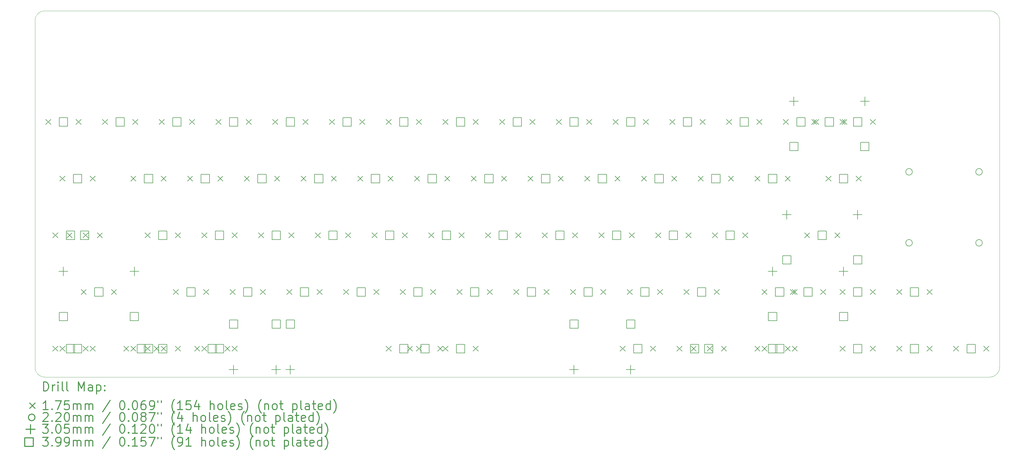
<source format=gbr>
%FSLAX45Y45*%
G04 Gerber Fmt 4.5, Leading zero omitted, Abs format (unit mm)*
G04 Created by KiCad (PCBNEW (5.1.6)-1) date 2022-07-12 00:57:49*
%MOMM*%
%LPD*%
G01*
G04 APERTURE LIST*
%TA.AperFunction,Profile*%
%ADD10C,0.050000*%
%TD*%
%ADD11C,0.200000*%
%ADD12C,0.300000*%
G04 APERTURE END LIST*
D10*
X3810000Y-24685625D02*
G75*
G02*
X3492500Y-24368125I0J317500D01*
G01*
X3492500Y-12700000D02*
G75*
G02*
X3810000Y-12382500I317500J0D01*
G01*
X35560000Y-12382500D02*
G75*
G02*
X35877500Y-12700000I0J-317500D01*
G01*
X35560000Y-12382500D02*
X3810000Y-12382500D01*
X35877500Y-24368125D02*
X35877500Y-12700000D01*
X35877500Y-24368125D02*
G75*
G02*
X35560000Y-24685625I-317500J0D01*
G01*
X3810000Y-24685625D02*
X35560000Y-24685625D01*
X3492500Y-24368125D02*
X3492500Y-12700000D01*
D11*
X24328250Y-19835625D02*
X24503250Y-20010625D01*
X24503250Y-19835625D02*
X24328250Y-20010625D01*
X25344250Y-19835625D02*
X25519250Y-20010625D01*
X25519250Y-19835625D02*
X25344250Y-20010625D01*
X30519500Y-23645625D02*
X30694500Y-23820625D01*
X30694500Y-23645625D02*
X30519500Y-23820625D01*
X31535500Y-23645625D02*
X31710500Y-23820625D01*
X31710500Y-23645625D02*
X31535500Y-23820625D01*
X27662000Y-17930625D02*
X27837000Y-18105625D01*
X27837000Y-17930625D02*
X27662000Y-18105625D01*
X28678000Y-17930625D02*
X28853000Y-18105625D01*
X28853000Y-17930625D02*
X28678000Y-18105625D01*
X12422000Y-17930625D02*
X12597000Y-18105625D01*
X12597000Y-17930625D02*
X12422000Y-18105625D01*
X13438000Y-17930625D02*
X13613000Y-18105625D01*
X13613000Y-17930625D02*
X13438000Y-18105625D01*
X14803250Y-19835625D02*
X14978250Y-20010625D01*
X14978250Y-19835625D02*
X14803250Y-20010625D01*
X15819250Y-19835625D02*
X15994250Y-20010625D01*
X15994250Y-19835625D02*
X15819250Y-20010625D01*
X13374500Y-16025625D02*
X13549500Y-16200625D01*
X13549500Y-16025625D02*
X13374500Y-16200625D01*
X14390500Y-16025625D02*
X14565500Y-16200625D01*
X14565500Y-16025625D02*
X14390500Y-16200625D01*
X32424500Y-23645625D02*
X32599500Y-23820625D01*
X32599500Y-23645625D02*
X32424500Y-23820625D01*
X33440500Y-23645625D02*
X33615500Y-23820625D01*
X33615500Y-23645625D02*
X33440500Y-23820625D01*
X3849500Y-16025625D02*
X4024500Y-16200625D01*
X4024500Y-16025625D02*
X3849500Y-16200625D01*
X4865500Y-16025625D02*
X5040500Y-16200625D01*
X5040500Y-16025625D02*
X4865500Y-16200625D01*
X17184500Y-23645625D02*
X17359500Y-23820625D01*
X17359500Y-23645625D02*
X17184500Y-23820625D01*
X18200500Y-23645625D02*
X18375500Y-23820625D01*
X18375500Y-23645625D02*
X18200500Y-23820625D01*
X8135750Y-21740625D02*
X8310750Y-21915625D01*
X8310750Y-21740625D02*
X8135750Y-21915625D01*
X9151750Y-21740625D02*
X9326750Y-21915625D01*
X9326750Y-21740625D02*
X9151750Y-21915625D01*
X26233250Y-19835625D02*
X26408250Y-20010625D01*
X26408250Y-19835625D02*
X26233250Y-20010625D01*
X27249250Y-19835625D02*
X27424250Y-20010625D01*
X27424250Y-19835625D02*
X27249250Y-20010625D01*
X5040125Y-21740625D02*
X5215125Y-21915625D01*
X5215125Y-21740625D02*
X5040125Y-21915625D01*
X6056125Y-21740625D02*
X6231125Y-21915625D01*
X6231125Y-21740625D02*
X6056125Y-21915625D01*
X15755750Y-21740625D02*
X15930750Y-21915625D01*
X15930750Y-21740625D02*
X15755750Y-21915625D01*
X16771750Y-21740625D02*
X16946750Y-21915625D01*
X16946750Y-21740625D02*
X16771750Y-21915625D01*
X10040750Y-21740625D02*
X10215750Y-21915625D01*
X10215750Y-21740625D02*
X10040750Y-21915625D01*
X11056750Y-21740625D02*
X11231750Y-21915625D01*
X11231750Y-21740625D02*
X11056750Y-21915625D01*
X5754500Y-16025625D02*
X5929500Y-16200625D01*
X5929500Y-16025625D02*
X5754500Y-16200625D01*
X6770500Y-16025625D02*
X6945500Y-16200625D01*
X6945500Y-16025625D02*
X6770500Y-16200625D01*
X15279500Y-23645625D02*
X15454500Y-23820625D01*
X15454500Y-23645625D02*
X15279500Y-23820625D01*
X16295500Y-23645625D02*
X16470500Y-23820625D01*
X16470500Y-23645625D02*
X16295500Y-23820625D01*
X7183250Y-23645625D02*
X7358250Y-23820625D01*
X7358250Y-23645625D02*
X7183250Y-23820625D01*
X8199250Y-23645625D02*
X8374250Y-23820625D01*
X8374250Y-23645625D02*
X8199250Y-23820625D01*
X26709500Y-16025625D02*
X26884500Y-16200625D01*
X26884500Y-16025625D02*
X26709500Y-16200625D01*
X27725500Y-16025625D02*
X27900500Y-16200625D01*
X27900500Y-16025625D02*
X27725500Y-16200625D01*
X27662000Y-23645625D02*
X27837000Y-23820625D01*
X27837000Y-23645625D02*
X27662000Y-23820625D01*
X28678000Y-23645625D02*
X28853000Y-23820625D01*
X28853000Y-23645625D02*
X28678000Y-23820625D01*
X16708250Y-19835625D02*
X16883250Y-20010625D01*
X16883250Y-19835625D02*
X16708250Y-20010625D01*
X17724250Y-19835625D02*
X17899250Y-20010625D01*
X17899250Y-19835625D02*
X17724250Y-20010625D01*
X25280750Y-21740625D02*
X25455750Y-21915625D01*
X25455750Y-21740625D02*
X25280750Y-21915625D01*
X26296750Y-21740625D02*
X26471750Y-21915625D01*
X26471750Y-21740625D02*
X26296750Y-21915625D01*
X18137000Y-17930625D02*
X18312000Y-18105625D01*
X18312000Y-17930625D02*
X18137000Y-18105625D01*
X19153000Y-17930625D02*
X19328000Y-18105625D01*
X19328000Y-17930625D02*
X19153000Y-18105625D01*
X23375750Y-21740625D02*
X23550750Y-21915625D01*
X23550750Y-21740625D02*
X23375750Y-21915625D01*
X24391750Y-21740625D02*
X24566750Y-21915625D01*
X24566750Y-21740625D02*
X24391750Y-21915625D01*
X29328875Y-19835625D02*
X29503875Y-20010625D01*
X29503875Y-19835625D02*
X29328875Y-20010625D01*
X30344875Y-19835625D02*
X30519875Y-20010625D01*
X30519875Y-19835625D02*
X30344875Y-20010625D01*
X21470750Y-21740625D02*
X21645750Y-21915625D01*
X21645750Y-21740625D02*
X21470750Y-21915625D01*
X22486750Y-21740625D02*
X22661750Y-21915625D01*
X22661750Y-21740625D02*
X22486750Y-21915625D01*
X12898250Y-19835625D02*
X13073250Y-20010625D01*
X13073250Y-19835625D02*
X12898250Y-20010625D01*
X13914250Y-19835625D02*
X14089250Y-20010625D01*
X14089250Y-19835625D02*
X13914250Y-20010625D01*
X29567000Y-16025625D02*
X29742000Y-16200625D01*
X29742000Y-16025625D02*
X29567000Y-16200625D01*
X30583000Y-16025625D02*
X30758000Y-16200625D01*
X30758000Y-16025625D02*
X30583000Y-16200625D01*
X8612000Y-17930625D02*
X8787000Y-18105625D01*
X8787000Y-17930625D02*
X8612000Y-18105625D01*
X9628000Y-17930625D02*
X9803000Y-18105625D01*
X9803000Y-17930625D02*
X9628000Y-18105625D01*
X24804500Y-16025625D02*
X24979500Y-16200625D01*
X24979500Y-16025625D02*
X24804500Y-16200625D01*
X25820500Y-16025625D02*
X25995500Y-16200625D01*
X25995500Y-16025625D02*
X25820500Y-16200625D01*
X15993875Y-23645625D02*
X16168875Y-23820625D01*
X16168875Y-23645625D02*
X15993875Y-23820625D01*
X17009875Y-23645625D02*
X17184875Y-23820625D01*
X17184875Y-23645625D02*
X17009875Y-23820625D01*
X25042625Y-23645625D02*
X25217625Y-23820625D01*
X25217625Y-23645625D02*
X25042625Y-23820625D01*
X26058625Y-23645625D02*
X26233625Y-23820625D01*
X26233625Y-23645625D02*
X26058625Y-23820625D01*
X20042000Y-17930625D02*
X20217000Y-18105625D01*
X20217000Y-17930625D02*
X20042000Y-18105625D01*
X21058000Y-17930625D02*
X21233000Y-18105625D01*
X21233000Y-17930625D02*
X21058000Y-18105625D01*
X10517000Y-17930625D02*
X10692000Y-18105625D01*
X10692000Y-17930625D02*
X10517000Y-18105625D01*
X11533000Y-17930625D02*
X11708000Y-18105625D01*
X11708000Y-17930625D02*
X11533000Y-18105625D01*
X13850750Y-21740625D02*
X14025750Y-21915625D01*
X14025750Y-21740625D02*
X13850750Y-21915625D01*
X14866750Y-21740625D02*
X15041750Y-21915625D01*
X15041750Y-21740625D02*
X14866750Y-21915625D01*
X22899500Y-16025625D02*
X23074500Y-16200625D01*
X23074500Y-16025625D02*
X22899500Y-16200625D01*
X23915500Y-16025625D02*
X24090500Y-16200625D01*
X24090500Y-16025625D02*
X23915500Y-16200625D01*
X30519500Y-16025625D02*
X30694500Y-16200625D01*
X30694500Y-16025625D02*
X30519500Y-16200625D01*
X31535500Y-16025625D02*
X31710500Y-16200625D01*
X31710500Y-16025625D02*
X31535500Y-16200625D01*
X8850125Y-23645625D02*
X9025125Y-23820625D01*
X9025125Y-23645625D02*
X8850125Y-23820625D01*
X9866125Y-23645625D02*
X10041125Y-23820625D01*
X10041125Y-23645625D02*
X9866125Y-23820625D01*
X25518875Y-23645625D02*
X25693875Y-23820625D01*
X25693875Y-23645625D02*
X25518875Y-23820625D01*
X26534875Y-23645625D02*
X26709875Y-23820625D01*
X26709875Y-23645625D02*
X26534875Y-23820625D01*
X17184500Y-16025625D02*
X17359500Y-16200625D01*
X17359500Y-16025625D02*
X17184500Y-16200625D01*
X18200500Y-16025625D02*
X18375500Y-16200625D01*
X18375500Y-16025625D02*
X18200500Y-16200625D01*
X16232000Y-17930625D02*
X16407000Y-18105625D01*
X16407000Y-17930625D02*
X16232000Y-18105625D01*
X17248000Y-17930625D02*
X17423000Y-18105625D01*
X17423000Y-17930625D02*
X17248000Y-18105625D01*
X7183250Y-19835625D02*
X7358250Y-20010625D01*
X7358250Y-19835625D02*
X7183250Y-20010625D01*
X8199250Y-19835625D02*
X8374250Y-20010625D01*
X8374250Y-19835625D02*
X8199250Y-20010625D01*
X7659500Y-16025625D02*
X7834500Y-16200625D01*
X7834500Y-16025625D02*
X7659500Y-16200625D01*
X8675500Y-16025625D02*
X8850500Y-16200625D01*
X8850500Y-16025625D02*
X8675500Y-16200625D01*
X20518250Y-19835625D02*
X20693250Y-20010625D01*
X20693250Y-19835625D02*
X20518250Y-20010625D01*
X21534250Y-19835625D02*
X21709250Y-20010625D01*
X21709250Y-19835625D02*
X21534250Y-20010625D01*
X9564500Y-16025625D02*
X9739500Y-16200625D01*
X9739500Y-16025625D02*
X9564500Y-16200625D01*
X10580500Y-16025625D02*
X10755500Y-16200625D01*
X10755500Y-16025625D02*
X10580500Y-16200625D01*
X23852000Y-17930625D02*
X24027000Y-18105625D01*
X24027000Y-17930625D02*
X23852000Y-18105625D01*
X24868000Y-17930625D02*
X25043000Y-18105625D01*
X25043000Y-17930625D02*
X24868000Y-18105625D01*
X4087625Y-19835625D02*
X4262625Y-20010625D01*
X4262625Y-19835625D02*
X4087625Y-20010625D01*
X5103625Y-19835625D02*
X5278625Y-20010625D01*
X5278625Y-19835625D02*
X5103625Y-20010625D01*
X32424500Y-21740625D02*
X32599500Y-21915625D01*
X32599500Y-21740625D02*
X32424500Y-21915625D01*
X33440500Y-21740625D02*
X33615500Y-21915625D01*
X33615500Y-21740625D02*
X33440500Y-21915625D01*
X4087625Y-23645625D02*
X4262625Y-23820625D01*
X4262625Y-23645625D02*
X4087625Y-23820625D01*
X5103625Y-23645625D02*
X5278625Y-23820625D01*
X5278625Y-23645625D02*
X5103625Y-23820625D01*
X19565750Y-21740625D02*
X19740750Y-21915625D01*
X19740750Y-21740625D02*
X19565750Y-21915625D01*
X20581750Y-21740625D02*
X20756750Y-21915625D01*
X20756750Y-21740625D02*
X20581750Y-21915625D01*
X28852625Y-21740625D02*
X29027625Y-21915625D01*
X29027625Y-21740625D02*
X28852625Y-21915625D01*
X29868625Y-21740625D02*
X30043625Y-21915625D01*
X30043625Y-21740625D02*
X29868625Y-21915625D01*
X4325750Y-23645625D02*
X4500750Y-23820625D01*
X4500750Y-23645625D02*
X4325750Y-23820625D01*
X5341750Y-23645625D02*
X5516750Y-23820625D01*
X5516750Y-23645625D02*
X5341750Y-23820625D01*
X9088250Y-19835625D02*
X9263250Y-20010625D01*
X9263250Y-19835625D02*
X9088250Y-20010625D01*
X10104250Y-19835625D02*
X10279250Y-20010625D01*
X10279250Y-19835625D02*
X10104250Y-20010625D01*
X14327000Y-17930625D02*
X14502000Y-18105625D01*
X14502000Y-17930625D02*
X14327000Y-18105625D01*
X15343000Y-17930625D02*
X15518000Y-18105625D01*
X15518000Y-17930625D02*
X15343000Y-18105625D01*
X11469500Y-16025625D02*
X11644500Y-16200625D01*
X11644500Y-16025625D02*
X11469500Y-16200625D01*
X12485500Y-16025625D02*
X12660500Y-16200625D01*
X12660500Y-16025625D02*
X12485500Y-16200625D01*
X6468875Y-23645625D02*
X6643875Y-23820625D01*
X6643875Y-23645625D02*
X6468875Y-23820625D01*
X7484875Y-23645625D02*
X7659875Y-23820625D01*
X7659875Y-23645625D02*
X7484875Y-23820625D01*
X15279500Y-16025625D02*
X15454500Y-16200625D01*
X15454500Y-16025625D02*
X15279500Y-16200625D01*
X16295500Y-16025625D02*
X16470500Y-16200625D01*
X16470500Y-16025625D02*
X16295500Y-16200625D01*
X4325750Y-17930625D02*
X4500750Y-18105625D01*
X4500750Y-17930625D02*
X4325750Y-18105625D01*
X5341750Y-17930625D02*
X5516750Y-18105625D01*
X5516750Y-17930625D02*
X5341750Y-18105625D01*
X10993250Y-19835625D02*
X11168250Y-20010625D01*
X11168250Y-19835625D02*
X10993250Y-20010625D01*
X12009250Y-19835625D02*
X12184250Y-20010625D01*
X12184250Y-19835625D02*
X12009250Y-20010625D01*
X23137625Y-23645625D02*
X23312625Y-23820625D01*
X23312625Y-23645625D02*
X23137625Y-23820625D01*
X24153625Y-23645625D02*
X24328625Y-23820625D01*
X24328625Y-23645625D02*
X24153625Y-23820625D01*
X9088250Y-23645625D02*
X9263250Y-23820625D01*
X9263250Y-23645625D02*
X9088250Y-23820625D01*
X10104250Y-23645625D02*
X10279250Y-23820625D01*
X10279250Y-23645625D02*
X10104250Y-23820625D01*
X30043250Y-17930625D02*
X30218250Y-18105625D01*
X30218250Y-17930625D02*
X30043250Y-18105625D01*
X31059250Y-17930625D02*
X31234250Y-18105625D01*
X31234250Y-17930625D02*
X31059250Y-18105625D01*
X27900125Y-23645625D02*
X28075125Y-23820625D01*
X28075125Y-23645625D02*
X27900125Y-23820625D01*
X28916125Y-23645625D02*
X29091125Y-23820625D01*
X29091125Y-23645625D02*
X28916125Y-23820625D01*
X30519500Y-21740625D02*
X30694500Y-21915625D01*
X30694500Y-21740625D02*
X30519500Y-21915625D01*
X31535500Y-21740625D02*
X31710500Y-21915625D01*
X31710500Y-21740625D02*
X31535500Y-21915625D01*
X11945750Y-21740625D02*
X12120750Y-21915625D01*
X12120750Y-21740625D02*
X11945750Y-21915625D01*
X12961750Y-21740625D02*
X13136750Y-21915625D01*
X13136750Y-21740625D02*
X12961750Y-21915625D01*
X18613250Y-19835625D02*
X18788250Y-20010625D01*
X18788250Y-19835625D02*
X18613250Y-20010625D01*
X19629250Y-19835625D02*
X19804250Y-20010625D01*
X19804250Y-19835625D02*
X19629250Y-20010625D01*
X20994500Y-16025625D02*
X21169500Y-16200625D01*
X21169500Y-16025625D02*
X20994500Y-16200625D01*
X22010500Y-16025625D02*
X22185500Y-16200625D01*
X22185500Y-16025625D02*
X22010500Y-16200625D01*
X22423250Y-19835625D02*
X22598250Y-20010625D01*
X22598250Y-19835625D02*
X22423250Y-20010625D01*
X23439250Y-19835625D02*
X23614250Y-20010625D01*
X23614250Y-19835625D02*
X23439250Y-20010625D01*
X25757000Y-17930625D02*
X25932000Y-18105625D01*
X25932000Y-17930625D02*
X25757000Y-18105625D01*
X26773000Y-17930625D02*
X26948000Y-18105625D01*
X26948000Y-17930625D02*
X26773000Y-18105625D01*
X6707000Y-17930625D02*
X6882000Y-18105625D01*
X6882000Y-17930625D02*
X6707000Y-18105625D01*
X7723000Y-17930625D02*
X7898000Y-18105625D01*
X7898000Y-17930625D02*
X7723000Y-18105625D01*
X4563875Y-19835625D02*
X4738875Y-20010625D01*
X4738875Y-19835625D02*
X4563875Y-20010625D01*
X5579875Y-19835625D02*
X5754875Y-20010625D01*
X5754875Y-19835625D02*
X5579875Y-20010625D01*
X28614500Y-16025625D02*
X28789500Y-16200625D01*
X28789500Y-16025625D02*
X28614500Y-16200625D01*
X29630500Y-16025625D02*
X29805500Y-16200625D01*
X29805500Y-16025625D02*
X29630500Y-16200625D01*
X6707000Y-23645625D02*
X6882000Y-23820625D01*
X6882000Y-23645625D02*
X6707000Y-23820625D01*
X7723000Y-23645625D02*
X7898000Y-23820625D01*
X7898000Y-23645625D02*
X7723000Y-23820625D01*
X34329500Y-23645625D02*
X34504500Y-23820625D01*
X34504500Y-23645625D02*
X34329500Y-23820625D01*
X35345500Y-23645625D02*
X35520500Y-23820625D01*
X35520500Y-23645625D02*
X35345500Y-23820625D01*
X19089500Y-16025625D02*
X19264500Y-16200625D01*
X19264500Y-16025625D02*
X19089500Y-16200625D01*
X20105500Y-16025625D02*
X20280500Y-16200625D01*
X20280500Y-16025625D02*
X20105500Y-16200625D01*
X27900125Y-21740625D02*
X28075125Y-21915625D01*
X28075125Y-21740625D02*
X27900125Y-21915625D01*
X28916125Y-21740625D02*
X29091125Y-21915625D01*
X29091125Y-21740625D02*
X28916125Y-21915625D01*
X17660750Y-21740625D02*
X17835750Y-21915625D01*
X17835750Y-21740625D02*
X17660750Y-21915625D01*
X18676750Y-21740625D02*
X18851750Y-21915625D01*
X18851750Y-21740625D02*
X18676750Y-21915625D01*
X21947000Y-17930625D02*
X22122000Y-18105625D01*
X22122000Y-17930625D02*
X21947000Y-18105625D01*
X22963000Y-17930625D02*
X23138000Y-18105625D01*
X23138000Y-17930625D02*
X22963000Y-18105625D01*
X35298775Y-17789525D02*
G75*
G03*
X35298775Y-17789525I-110000J0D01*
G01*
X32948775Y-20175875D02*
G75*
G03*
X32948775Y-20175875I-110000J0D01*
G01*
X32948775Y-17789525D02*
G75*
G03*
X32948775Y-17789525I-110000J0D01*
G01*
X35298775Y-20175875D02*
G75*
G03*
X35298775Y-20175875I-110000J0D01*
G01*
X12065000Y-24279225D02*
X12065000Y-24584025D01*
X11912600Y-24431625D02*
X12217400Y-24431625D01*
X23495000Y-24279225D02*
X23495000Y-24584025D01*
X23342600Y-24431625D02*
X23647400Y-24431625D01*
X4445000Y-20977225D02*
X4445000Y-21282025D01*
X4292600Y-21129625D02*
X4597400Y-21129625D01*
X6826250Y-20977225D02*
X6826250Y-21282025D01*
X6673850Y-21129625D02*
X6978650Y-21129625D01*
X10160000Y-24279225D02*
X10160000Y-24584025D01*
X10007600Y-24431625D02*
X10312400Y-24431625D01*
X21590000Y-24279225D02*
X21590000Y-24584025D01*
X21437600Y-24431625D02*
X21742400Y-24431625D01*
X28733750Y-19072225D02*
X28733750Y-19377025D01*
X28581350Y-19224625D02*
X28886150Y-19224625D01*
X31115000Y-19072225D02*
X31115000Y-19377025D01*
X30962600Y-19224625D02*
X31267400Y-19224625D01*
X28971875Y-15262225D02*
X28971875Y-15567025D01*
X28819475Y-15414625D02*
X29124275Y-15414625D01*
X31353125Y-15262225D02*
X31353125Y-15567025D01*
X31200725Y-15414625D02*
X31505525Y-15414625D01*
X11589385Y-24279225D02*
X11589385Y-24584025D01*
X11436985Y-24431625D02*
X11741785Y-24431625D01*
X21589365Y-24279225D02*
X21589365Y-24584025D01*
X21436965Y-24431625D02*
X21741765Y-24431625D01*
X28257500Y-20977225D02*
X28257500Y-21282025D01*
X28105100Y-21129625D02*
X28409900Y-21129625D01*
X30638750Y-20977225D02*
X30638750Y-21282025D01*
X30486350Y-21129625D02*
X30791150Y-21129625D01*
X28398491Y-23874116D02*
X28398491Y-23592134D01*
X28116509Y-23592134D01*
X28116509Y-23874116D01*
X28398491Y-23874116D01*
X17444741Y-20064116D02*
X17444741Y-19782134D01*
X17162759Y-19782134D01*
X17162759Y-20064116D01*
X17444741Y-20064116D01*
X26017241Y-21969116D02*
X26017241Y-21687134D01*
X25735259Y-21687134D01*
X25735259Y-21969116D01*
X26017241Y-21969116D01*
X18873491Y-18159116D02*
X18873491Y-17877134D01*
X18591509Y-17877134D01*
X18591509Y-18159116D01*
X18873491Y-18159116D01*
X24112241Y-21969116D02*
X24112241Y-21687134D01*
X23830259Y-21687134D01*
X23830259Y-21969116D01*
X24112241Y-21969116D01*
X28874741Y-20889616D02*
X28874741Y-20607634D01*
X28592759Y-20607634D01*
X28592759Y-20889616D01*
X28874741Y-20889616D01*
X30065366Y-20064116D02*
X30065366Y-19782134D01*
X29783384Y-19782134D01*
X29783384Y-20064116D01*
X30065366Y-20064116D01*
X31255991Y-20889616D02*
X31255991Y-20607634D01*
X30974009Y-20607634D01*
X30974009Y-20889616D01*
X31255991Y-20889616D01*
X22207241Y-21969116D02*
X22207241Y-21687134D01*
X21925259Y-21687134D01*
X21925259Y-21969116D01*
X22207241Y-21969116D01*
X13634741Y-20064116D02*
X13634741Y-19782134D01*
X13352759Y-19782134D01*
X13352759Y-20064116D01*
X13634741Y-20064116D01*
X29112866Y-17079616D02*
X29112866Y-16797634D01*
X28830884Y-16797634D01*
X28830884Y-17079616D01*
X29112866Y-17079616D01*
X30303491Y-16254116D02*
X30303491Y-15972134D01*
X30021509Y-15972134D01*
X30021509Y-16254116D01*
X30303491Y-16254116D01*
X31494116Y-17079616D02*
X31494116Y-16797634D01*
X31212134Y-16797634D01*
X31212134Y-17079616D01*
X31494116Y-17079616D01*
X9348491Y-18159116D02*
X9348491Y-17877134D01*
X9066509Y-17877134D01*
X9066509Y-18159116D01*
X9348491Y-18159116D01*
X25540991Y-16254116D02*
X25540991Y-15972134D01*
X25259009Y-15972134D01*
X25259009Y-16254116D01*
X25540991Y-16254116D01*
X11730376Y-23048616D02*
X11730376Y-22766634D01*
X11448394Y-22766634D01*
X11448394Y-23048616D01*
X11730376Y-23048616D01*
X16730366Y-23874116D02*
X16730366Y-23592134D01*
X16448384Y-23592134D01*
X16448384Y-23874116D01*
X16730366Y-23874116D01*
X21730356Y-23048616D02*
X21730356Y-22766634D01*
X21448374Y-22766634D01*
X21448374Y-23048616D01*
X21730356Y-23048616D01*
X25779116Y-23874116D02*
X25779116Y-23592134D01*
X25497134Y-23592134D01*
X25497134Y-23874116D01*
X25779116Y-23874116D01*
X20778491Y-18159116D02*
X20778491Y-17877134D01*
X20496509Y-17877134D01*
X20496509Y-18159116D01*
X20778491Y-18159116D01*
X11253491Y-18159116D02*
X11253491Y-17877134D01*
X10971509Y-17877134D01*
X10971509Y-18159116D01*
X11253491Y-18159116D01*
X14587241Y-21969116D02*
X14587241Y-21687134D01*
X14305259Y-21687134D01*
X14305259Y-21969116D01*
X14587241Y-21969116D01*
X23635991Y-16254116D02*
X23635991Y-15972134D01*
X23354009Y-15972134D01*
X23354009Y-16254116D01*
X23635991Y-16254116D01*
X31255991Y-16254116D02*
X31255991Y-15972134D01*
X30974009Y-15972134D01*
X30974009Y-16254116D01*
X31255991Y-16254116D01*
X9586616Y-23874116D02*
X9586616Y-23592134D01*
X9304634Y-23592134D01*
X9304634Y-23874116D01*
X9586616Y-23874116D01*
X26255366Y-23874116D02*
X26255366Y-23592134D01*
X25973384Y-23592134D01*
X25973384Y-23874116D01*
X26255366Y-23874116D01*
X17920991Y-16254116D02*
X17920991Y-15972134D01*
X17639009Y-15972134D01*
X17639009Y-16254116D01*
X17920991Y-16254116D01*
X16968491Y-18159116D02*
X16968491Y-17877134D01*
X16686509Y-17877134D01*
X16686509Y-18159116D01*
X16968491Y-18159116D01*
X7919741Y-20064116D02*
X7919741Y-19782134D01*
X7637759Y-19782134D01*
X7637759Y-20064116D01*
X7919741Y-20064116D01*
X8395991Y-16254116D02*
X8395991Y-15972134D01*
X8114009Y-15972134D01*
X8114009Y-16254116D01*
X8395991Y-16254116D01*
X21254741Y-20064116D02*
X21254741Y-19782134D01*
X20972759Y-19782134D01*
X20972759Y-20064116D01*
X21254741Y-20064116D01*
X10300991Y-16254116D02*
X10300991Y-15972134D01*
X10019009Y-15972134D01*
X10019009Y-16254116D01*
X10300991Y-16254116D01*
X24588491Y-18159116D02*
X24588491Y-17877134D01*
X24306509Y-17877134D01*
X24306509Y-18159116D01*
X24588491Y-18159116D01*
X4824116Y-20064116D02*
X4824116Y-19782134D01*
X4542134Y-19782134D01*
X4542134Y-20064116D01*
X4824116Y-20064116D01*
X33160991Y-21969116D02*
X33160991Y-21687134D01*
X32879009Y-21687134D01*
X32879009Y-21969116D01*
X33160991Y-21969116D01*
X4824116Y-23874116D02*
X4824116Y-23592134D01*
X4542134Y-23592134D01*
X4542134Y-23874116D01*
X4824116Y-23874116D01*
X20302241Y-21969116D02*
X20302241Y-21687134D01*
X20020259Y-21687134D01*
X20020259Y-21969116D01*
X20302241Y-21969116D01*
X28398491Y-22794616D02*
X28398491Y-22512634D01*
X28116509Y-22512634D01*
X28116509Y-22794616D01*
X28398491Y-22794616D01*
X29589116Y-21969116D02*
X29589116Y-21687134D01*
X29307134Y-21687134D01*
X29307134Y-21969116D01*
X29589116Y-21969116D01*
X30779741Y-22794616D02*
X30779741Y-22512634D01*
X30497759Y-22512634D01*
X30497759Y-22794616D01*
X30779741Y-22794616D01*
X5062241Y-23874116D02*
X5062241Y-23592134D01*
X4780259Y-23592134D01*
X4780259Y-23874116D01*
X5062241Y-23874116D01*
X9824741Y-20064116D02*
X9824741Y-19782134D01*
X9542759Y-19782134D01*
X9542759Y-20064116D01*
X9824741Y-20064116D01*
X15063491Y-18159116D02*
X15063491Y-17877134D01*
X14781509Y-17877134D01*
X14781509Y-18159116D01*
X15063491Y-18159116D01*
X12205991Y-16254116D02*
X12205991Y-15972134D01*
X11924009Y-15972134D01*
X11924009Y-16254116D01*
X12205991Y-16254116D01*
X7205366Y-23874116D02*
X7205366Y-23592134D01*
X6923384Y-23592134D01*
X6923384Y-23874116D01*
X7205366Y-23874116D01*
X16015991Y-16254116D02*
X16015991Y-15972134D01*
X15734009Y-15972134D01*
X15734009Y-16254116D01*
X16015991Y-16254116D01*
X5062241Y-18159116D02*
X5062241Y-17877134D01*
X4780259Y-17877134D01*
X4780259Y-18159116D01*
X5062241Y-18159116D01*
X11729741Y-20064116D02*
X11729741Y-19782134D01*
X11447759Y-19782134D01*
X11447759Y-20064116D01*
X11729741Y-20064116D01*
X23874116Y-23874116D02*
X23874116Y-23592134D01*
X23592134Y-23592134D01*
X23592134Y-23874116D01*
X23874116Y-23874116D01*
X9824741Y-23874116D02*
X9824741Y-23592134D01*
X9542759Y-23592134D01*
X9542759Y-23874116D01*
X9824741Y-23874116D01*
X30779741Y-18159116D02*
X30779741Y-17877134D01*
X30497759Y-17877134D01*
X30497759Y-18159116D01*
X30779741Y-18159116D01*
X28636616Y-23874116D02*
X28636616Y-23592134D01*
X28354634Y-23592134D01*
X28354634Y-23874116D01*
X28636616Y-23874116D01*
X31255991Y-21969116D02*
X31255991Y-21687134D01*
X30974009Y-21687134D01*
X30974009Y-21969116D01*
X31255991Y-21969116D01*
X12682241Y-21969116D02*
X12682241Y-21687134D01*
X12400259Y-21687134D01*
X12400259Y-21969116D01*
X12682241Y-21969116D01*
X19349741Y-20064116D02*
X19349741Y-19782134D01*
X19067759Y-19782134D01*
X19067759Y-20064116D01*
X19349741Y-20064116D01*
X21730991Y-16254116D02*
X21730991Y-15972134D01*
X21449009Y-15972134D01*
X21449009Y-16254116D01*
X21730991Y-16254116D01*
X23159741Y-20064116D02*
X23159741Y-19782134D01*
X22877759Y-19782134D01*
X22877759Y-20064116D01*
X23159741Y-20064116D01*
X26493491Y-18159116D02*
X26493491Y-17877134D01*
X26211509Y-17877134D01*
X26211509Y-18159116D01*
X26493491Y-18159116D01*
X7443491Y-18159116D02*
X7443491Y-17877134D01*
X7161509Y-17877134D01*
X7161509Y-18159116D01*
X7443491Y-18159116D01*
X5300366Y-20064116D02*
X5300366Y-19782134D01*
X5018384Y-19782134D01*
X5018384Y-20064116D01*
X5300366Y-20064116D01*
X29350991Y-16254116D02*
X29350991Y-15972134D01*
X29069009Y-15972134D01*
X29069009Y-16254116D01*
X29350991Y-16254116D01*
X7443491Y-23874116D02*
X7443491Y-23592134D01*
X7161509Y-23592134D01*
X7161509Y-23874116D01*
X7443491Y-23874116D01*
X35065991Y-23874116D02*
X35065991Y-23592134D01*
X34784009Y-23592134D01*
X34784009Y-23874116D01*
X35065991Y-23874116D01*
X19825991Y-16254116D02*
X19825991Y-15972134D01*
X19544009Y-15972134D01*
X19544009Y-16254116D01*
X19825991Y-16254116D01*
X28636616Y-21969116D02*
X28636616Y-21687134D01*
X28354634Y-21687134D01*
X28354634Y-21969116D01*
X28636616Y-21969116D01*
X18397241Y-21969116D02*
X18397241Y-21687134D01*
X18115259Y-21687134D01*
X18115259Y-21969116D01*
X18397241Y-21969116D01*
X22683491Y-18159116D02*
X22683491Y-17877134D01*
X22401509Y-17877134D01*
X22401509Y-18159116D01*
X22683491Y-18159116D01*
X25064741Y-20064116D02*
X25064741Y-19782134D01*
X24782759Y-19782134D01*
X24782759Y-20064116D01*
X25064741Y-20064116D01*
X31255991Y-23874116D02*
X31255991Y-23592134D01*
X30974009Y-23592134D01*
X30974009Y-23874116D01*
X31255991Y-23874116D01*
X28398491Y-18159116D02*
X28398491Y-17877134D01*
X28116509Y-17877134D01*
X28116509Y-18159116D01*
X28398491Y-18159116D01*
X13158491Y-18159116D02*
X13158491Y-17877134D01*
X12876509Y-17877134D01*
X12876509Y-18159116D01*
X13158491Y-18159116D01*
X15539741Y-20064116D02*
X15539741Y-19782134D01*
X15257759Y-19782134D01*
X15257759Y-20064116D01*
X15539741Y-20064116D01*
X14110991Y-16254116D02*
X14110991Y-15972134D01*
X13829009Y-15972134D01*
X13829009Y-16254116D01*
X14110991Y-16254116D01*
X33160991Y-23874116D02*
X33160991Y-23592134D01*
X32879009Y-23592134D01*
X32879009Y-23874116D01*
X33160991Y-23874116D01*
X4585991Y-16254116D02*
X4585991Y-15972134D01*
X4304009Y-15972134D01*
X4304009Y-16254116D01*
X4585991Y-16254116D01*
X12205991Y-23048616D02*
X12205991Y-22766634D01*
X11924009Y-22766634D01*
X11924009Y-23048616D01*
X12205991Y-23048616D01*
X17920991Y-23874116D02*
X17920991Y-23592134D01*
X17639009Y-23592134D01*
X17639009Y-23874116D01*
X17920991Y-23874116D01*
X23635991Y-23048616D02*
X23635991Y-22766634D01*
X23354009Y-22766634D01*
X23354009Y-23048616D01*
X23635991Y-23048616D01*
X8872241Y-21969116D02*
X8872241Y-21687134D01*
X8590259Y-21687134D01*
X8590259Y-21969116D01*
X8872241Y-21969116D01*
X26969741Y-20064116D02*
X26969741Y-19782134D01*
X26687759Y-19782134D01*
X26687759Y-20064116D01*
X26969741Y-20064116D01*
X4585991Y-22794616D02*
X4585991Y-22512634D01*
X4304009Y-22512634D01*
X4304009Y-22794616D01*
X4585991Y-22794616D01*
X5776616Y-21969116D02*
X5776616Y-21687134D01*
X5494634Y-21687134D01*
X5494634Y-21969116D01*
X5776616Y-21969116D01*
X6967241Y-22794616D02*
X6967241Y-22512634D01*
X6685259Y-22512634D01*
X6685259Y-22794616D01*
X6967241Y-22794616D01*
X16492241Y-21969116D02*
X16492241Y-21687134D01*
X16210259Y-21687134D01*
X16210259Y-21969116D01*
X16492241Y-21969116D01*
X10777241Y-21969116D02*
X10777241Y-21687134D01*
X10495259Y-21687134D01*
X10495259Y-21969116D01*
X10777241Y-21969116D01*
X6490991Y-16254116D02*
X6490991Y-15972134D01*
X6209009Y-15972134D01*
X6209009Y-16254116D01*
X6490991Y-16254116D01*
X10300991Y-23048616D02*
X10300991Y-22766634D01*
X10019009Y-22766634D01*
X10019009Y-23048616D01*
X10300991Y-23048616D01*
X16015991Y-23874116D02*
X16015991Y-23592134D01*
X15734009Y-23592134D01*
X15734009Y-23874116D01*
X16015991Y-23874116D01*
X21730991Y-23048616D02*
X21730991Y-22766634D01*
X21449009Y-22766634D01*
X21449009Y-23048616D01*
X21730991Y-23048616D01*
X7919741Y-23874116D02*
X7919741Y-23592134D01*
X7637759Y-23592134D01*
X7637759Y-23874116D01*
X7919741Y-23874116D01*
X27445991Y-16254116D02*
X27445991Y-15972134D01*
X27164009Y-15972134D01*
X27164009Y-16254116D01*
X27445991Y-16254116D01*
D12*
X3776428Y-25153839D02*
X3776428Y-24853839D01*
X3847857Y-24853839D01*
X3890714Y-24868125D01*
X3919286Y-24896696D01*
X3933571Y-24925268D01*
X3947857Y-24982411D01*
X3947857Y-25025268D01*
X3933571Y-25082411D01*
X3919286Y-25110982D01*
X3890714Y-25139554D01*
X3847857Y-25153839D01*
X3776428Y-25153839D01*
X4076428Y-25153839D02*
X4076428Y-24953839D01*
X4076428Y-25010982D02*
X4090714Y-24982411D01*
X4105000Y-24968125D01*
X4133571Y-24953839D01*
X4162143Y-24953839D01*
X4262143Y-25153839D02*
X4262143Y-24953839D01*
X4262143Y-24853839D02*
X4247857Y-24868125D01*
X4262143Y-24882411D01*
X4276428Y-24868125D01*
X4262143Y-24853839D01*
X4262143Y-24882411D01*
X4447857Y-25153839D02*
X4419286Y-25139554D01*
X4405000Y-25110982D01*
X4405000Y-24853839D01*
X4605000Y-25153839D02*
X4576428Y-25139554D01*
X4562143Y-25110982D01*
X4562143Y-24853839D01*
X4947857Y-25153839D02*
X4947857Y-24853839D01*
X5047857Y-25068125D01*
X5147857Y-24853839D01*
X5147857Y-25153839D01*
X5419286Y-25153839D02*
X5419286Y-24996696D01*
X5405000Y-24968125D01*
X5376428Y-24953839D01*
X5319286Y-24953839D01*
X5290714Y-24968125D01*
X5419286Y-25139554D02*
X5390714Y-25153839D01*
X5319286Y-25153839D01*
X5290714Y-25139554D01*
X5276428Y-25110982D01*
X5276428Y-25082411D01*
X5290714Y-25053839D01*
X5319286Y-25039554D01*
X5390714Y-25039554D01*
X5419286Y-25025268D01*
X5562143Y-24953839D02*
X5562143Y-25253839D01*
X5562143Y-24968125D02*
X5590714Y-24953839D01*
X5647857Y-24953839D01*
X5676428Y-24968125D01*
X5690714Y-24982411D01*
X5705000Y-25010982D01*
X5705000Y-25096696D01*
X5690714Y-25125268D01*
X5676428Y-25139554D01*
X5647857Y-25153839D01*
X5590714Y-25153839D01*
X5562143Y-25139554D01*
X5833571Y-25125268D02*
X5847857Y-25139554D01*
X5833571Y-25153839D01*
X5819286Y-25139554D01*
X5833571Y-25125268D01*
X5833571Y-25153839D01*
X5833571Y-24968125D02*
X5847857Y-24982411D01*
X5833571Y-24996696D01*
X5819286Y-24982411D01*
X5833571Y-24968125D01*
X5833571Y-24996696D01*
X3315000Y-25560625D02*
X3490000Y-25735625D01*
X3490000Y-25560625D02*
X3315000Y-25735625D01*
X3933571Y-25783839D02*
X3762143Y-25783839D01*
X3847857Y-25783839D02*
X3847857Y-25483839D01*
X3819286Y-25526696D01*
X3790714Y-25555268D01*
X3762143Y-25569554D01*
X4062143Y-25755268D02*
X4076428Y-25769554D01*
X4062143Y-25783839D01*
X4047857Y-25769554D01*
X4062143Y-25755268D01*
X4062143Y-25783839D01*
X4176428Y-25483839D02*
X4376428Y-25483839D01*
X4247857Y-25783839D01*
X4633571Y-25483839D02*
X4490714Y-25483839D01*
X4476428Y-25626696D01*
X4490714Y-25612411D01*
X4519286Y-25598125D01*
X4590714Y-25598125D01*
X4619286Y-25612411D01*
X4633571Y-25626696D01*
X4647857Y-25655268D01*
X4647857Y-25726696D01*
X4633571Y-25755268D01*
X4619286Y-25769554D01*
X4590714Y-25783839D01*
X4519286Y-25783839D01*
X4490714Y-25769554D01*
X4476428Y-25755268D01*
X4776428Y-25783839D02*
X4776428Y-25583839D01*
X4776428Y-25612411D02*
X4790714Y-25598125D01*
X4819286Y-25583839D01*
X4862143Y-25583839D01*
X4890714Y-25598125D01*
X4905000Y-25626696D01*
X4905000Y-25783839D01*
X4905000Y-25626696D02*
X4919286Y-25598125D01*
X4947857Y-25583839D01*
X4990714Y-25583839D01*
X5019286Y-25598125D01*
X5033571Y-25626696D01*
X5033571Y-25783839D01*
X5176428Y-25783839D02*
X5176428Y-25583839D01*
X5176428Y-25612411D02*
X5190714Y-25598125D01*
X5219286Y-25583839D01*
X5262143Y-25583839D01*
X5290714Y-25598125D01*
X5305000Y-25626696D01*
X5305000Y-25783839D01*
X5305000Y-25626696D02*
X5319286Y-25598125D01*
X5347857Y-25583839D01*
X5390714Y-25583839D01*
X5419286Y-25598125D01*
X5433571Y-25626696D01*
X5433571Y-25783839D01*
X6019286Y-25469554D02*
X5762143Y-25855268D01*
X6405000Y-25483839D02*
X6433571Y-25483839D01*
X6462143Y-25498125D01*
X6476428Y-25512411D01*
X6490714Y-25540982D01*
X6505000Y-25598125D01*
X6505000Y-25669554D01*
X6490714Y-25726696D01*
X6476428Y-25755268D01*
X6462143Y-25769554D01*
X6433571Y-25783839D01*
X6405000Y-25783839D01*
X6376428Y-25769554D01*
X6362143Y-25755268D01*
X6347857Y-25726696D01*
X6333571Y-25669554D01*
X6333571Y-25598125D01*
X6347857Y-25540982D01*
X6362143Y-25512411D01*
X6376428Y-25498125D01*
X6405000Y-25483839D01*
X6633571Y-25755268D02*
X6647857Y-25769554D01*
X6633571Y-25783839D01*
X6619286Y-25769554D01*
X6633571Y-25755268D01*
X6633571Y-25783839D01*
X6833571Y-25483839D02*
X6862143Y-25483839D01*
X6890714Y-25498125D01*
X6905000Y-25512411D01*
X6919286Y-25540982D01*
X6933571Y-25598125D01*
X6933571Y-25669554D01*
X6919286Y-25726696D01*
X6905000Y-25755268D01*
X6890714Y-25769554D01*
X6862143Y-25783839D01*
X6833571Y-25783839D01*
X6805000Y-25769554D01*
X6790714Y-25755268D01*
X6776428Y-25726696D01*
X6762143Y-25669554D01*
X6762143Y-25598125D01*
X6776428Y-25540982D01*
X6790714Y-25512411D01*
X6805000Y-25498125D01*
X6833571Y-25483839D01*
X7190714Y-25483839D02*
X7133571Y-25483839D01*
X7105000Y-25498125D01*
X7090714Y-25512411D01*
X7062143Y-25555268D01*
X7047857Y-25612411D01*
X7047857Y-25726696D01*
X7062143Y-25755268D01*
X7076428Y-25769554D01*
X7105000Y-25783839D01*
X7162143Y-25783839D01*
X7190714Y-25769554D01*
X7205000Y-25755268D01*
X7219286Y-25726696D01*
X7219286Y-25655268D01*
X7205000Y-25626696D01*
X7190714Y-25612411D01*
X7162143Y-25598125D01*
X7105000Y-25598125D01*
X7076428Y-25612411D01*
X7062143Y-25626696D01*
X7047857Y-25655268D01*
X7362143Y-25783839D02*
X7419286Y-25783839D01*
X7447857Y-25769554D01*
X7462143Y-25755268D01*
X7490714Y-25712411D01*
X7505000Y-25655268D01*
X7505000Y-25540982D01*
X7490714Y-25512411D01*
X7476428Y-25498125D01*
X7447857Y-25483839D01*
X7390714Y-25483839D01*
X7362143Y-25498125D01*
X7347857Y-25512411D01*
X7333571Y-25540982D01*
X7333571Y-25612411D01*
X7347857Y-25640982D01*
X7362143Y-25655268D01*
X7390714Y-25669554D01*
X7447857Y-25669554D01*
X7476428Y-25655268D01*
X7490714Y-25640982D01*
X7505000Y-25612411D01*
X7619286Y-25483839D02*
X7619286Y-25540982D01*
X7733571Y-25483839D02*
X7733571Y-25540982D01*
X8176428Y-25898125D02*
X8162143Y-25883839D01*
X8133571Y-25840982D01*
X8119286Y-25812411D01*
X8105000Y-25769554D01*
X8090714Y-25698125D01*
X8090714Y-25640982D01*
X8105000Y-25569554D01*
X8119286Y-25526696D01*
X8133571Y-25498125D01*
X8162143Y-25455268D01*
X8176428Y-25440982D01*
X8447857Y-25783839D02*
X8276428Y-25783839D01*
X8362143Y-25783839D02*
X8362143Y-25483839D01*
X8333571Y-25526696D01*
X8305000Y-25555268D01*
X8276428Y-25569554D01*
X8719286Y-25483839D02*
X8576428Y-25483839D01*
X8562143Y-25626696D01*
X8576428Y-25612411D01*
X8605000Y-25598125D01*
X8676428Y-25598125D01*
X8705000Y-25612411D01*
X8719286Y-25626696D01*
X8733571Y-25655268D01*
X8733571Y-25726696D01*
X8719286Y-25755268D01*
X8705000Y-25769554D01*
X8676428Y-25783839D01*
X8605000Y-25783839D01*
X8576428Y-25769554D01*
X8562143Y-25755268D01*
X8990714Y-25583839D02*
X8990714Y-25783839D01*
X8919286Y-25469554D02*
X8847857Y-25683839D01*
X9033571Y-25683839D01*
X9376428Y-25783839D02*
X9376428Y-25483839D01*
X9505000Y-25783839D02*
X9505000Y-25626696D01*
X9490714Y-25598125D01*
X9462143Y-25583839D01*
X9419286Y-25583839D01*
X9390714Y-25598125D01*
X9376428Y-25612411D01*
X9690714Y-25783839D02*
X9662143Y-25769554D01*
X9647857Y-25755268D01*
X9633571Y-25726696D01*
X9633571Y-25640982D01*
X9647857Y-25612411D01*
X9662143Y-25598125D01*
X9690714Y-25583839D01*
X9733571Y-25583839D01*
X9762143Y-25598125D01*
X9776428Y-25612411D01*
X9790714Y-25640982D01*
X9790714Y-25726696D01*
X9776428Y-25755268D01*
X9762143Y-25769554D01*
X9733571Y-25783839D01*
X9690714Y-25783839D01*
X9962143Y-25783839D02*
X9933571Y-25769554D01*
X9919286Y-25740982D01*
X9919286Y-25483839D01*
X10190714Y-25769554D02*
X10162143Y-25783839D01*
X10105000Y-25783839D01*
X10076428Y-25769554D01*
X10062143Y-25740982D01*
X10062143Y-25626696D01*
X10076428Y-25598125D01*
X10105000Y-25583839D01*
X10162143Y-25583839D01*
X10190714Y-25598125D01*
X10205000Y-25626696D01*
X10205000Y-25655268D01*
X10062143Y-25683839D01*
X10319286Y-25769554D02*
X10347857Y-25783839D01*
X10405000Y-25783839D01*
X10433571Y-25769554D01*
X10447857Y-25740982D01*
X10447857Y-25726696D01*
X10433571Y-25698125D01*
X10405000Y-25683839D01*
X10362143Y-25683839D01*
X10333571Y-25669554D01*
X10319286Y-25640982D01*
X10319286Y-25626696D01*
X10333571Y-25598125D01*
X10362143Y-25583839D01*
X10405000Y-25583839D01*
X10433571Y-25598125D01*
X10547857Y-25898125D02*
X10562143Y-25883839D01*
X10590714Y-25840982D01*
X10605000Y-25812411D01*
X10619286Y-25769554D01*
X10633571Y-25698125D01*
X10633571Y-25640982D01*
X10619286Y-25569554D01*
X10605000Y-25526696D01*
X10590714Y-25498125D01*
X10562143Y-25455268D01*
X10547857Y-25440982D01*
X11090714Y-25898125D02*
X11076428Y-25883839D01*
X11047857Y-25840982D01*
X11033571Y-25812411D01*
X11019286Y-25769554D01*
X11005000Y-25698125D01*
X11005000Y-25640982D01*
X11019286Y-25569554D01*
X11033571Y-25526696D01*
X11047857Y-25498125D01*
X11076428Y-25455268D01*
X11090714Y-25440982D01*
X11205000Y-25583839D02*
X11205000Y-25783839D01*
X11205000Y-25612411D02*
X11219286Y-25598125D01*
X11247857Y-25583839D01*
X11290714Y-25583839D01*
X11319286Y-25598125D01*
X11333571Y-25626696D01*
X11333571Y-25783839D01*
X11519286Y-25783839D02*
X11490714Y-25769554D01*
X11476428Y-25755268D01*
X11462143Y-25726696D01*
X11462143Y-25640982D01*
X11476428Y-25612411D01*
X11490714Y-25598125D01*
X11519286Y-25583839D01*
X11562143Y-25583839D01*
X11590714Y-25598125D01*
X11605000Y-25612411D01*
X11619286Y-25640982D01*
X11619286Y-25726696D01*
X11605000Y-25755268D01*
X11590714Y-25769554D01*
X11562143Y-25783839D01*
X11519286Y-25783839D01*
X11705000Y-25583839D02*
X11819286Y-25583839D01*
X11747857Y-25483839D02*
X11747857Y-25740982D01*
X11762143Y-25769554D01*
X11790714Y-25783839D01*
X11819286Y-25783839D01*
X12147857Y-25583839D02*
X12147857Y-25883839D01*
X12147857Y-25598125D02*
X12176428Y-25583839D01*
X12233571Y-25583839D01*
X12262143Y-25598125D01*
X12276428Y-25612411D01*
X12290714Y-25640982D01*
X12290714Y-25726696D01*
X12276428Y-25755268D01*
X12262143Y-25769554D01*
X12233571Y-25783839D01*
X12176428Y-25783839D01*
X12147857Y-25769554D01*
X12462143Y-25783839D02*
X12433571Y-25769554D01*
X12419286Y-25740982D01*
X12419286Y-25483839D01*
X12705000Y-25783839D02*
X12705000Y-25626696D01*
X12690714Y-25598125D01*
X12662143Y-25583839D01*
X12605000Y-25583839D01*
X12576428Y-25598125D01*
X12705000Y-25769554D02*
X12676428Y-25783839D01*
X12605000Y-25783839D01*
X12576428Y-25769554D01*
X12562143Y-25740982D01*
X12562143Y-25712411D01*
X12576428Y-25683839D01*
X12605000Y-25669554D01*
X12676428Y-25669554D01*
X12705000Y-25655268D01*
X12805000Y-25583839D02*
X12919286Y-25583839D01*
X12847857Y-25483839D02*
X12847857Y-25740982D01*
X12862143Y-25769554D01*
X12890714Y-25783839D01*
X12919286Y-25783839D01*
X13133571Y-25769554D02*
X13105000Y-25783839D01*
X13047857Y-25783839D01*
X13019286Y-25769554D01*
X13005000Y-25740982D01*
X13005000Y-25626696D01*
X13019286Y-25598125D01*
X13047857Y-25583839D01*
X13105000Y-25583839D01*
X13133571Y-25598125D01*
X13147857Y-25626696D01*
X13147857Y-25655268D01*
X13005000Y-25683839D01*
X13405000Y-25783839D02*
X13405000Y-25483839D01*
X13405000Y-25769554D02*
X13376428Y-25783839D01*
X13319286Y-25783839D01*
X13290714Y-25769554D01*
X13276428Y-25755268D01*
X13262143Y-25726696D01*
X13262143Y-25640982D01*
X13276428Y-25612411D01*
X13290714Y-25598125D01*
X13319286Y-25583839D01*
X13376428Y-25583839D01*
X13405000Y-25598125D01*
X13519286Y-25898125D02*
X13533571Y-25883839D01*
X13562143Y-25840982D01*
X13576428Y-25812411D01*
X13590714Y-25769554D01*
X13605000Y-25698125D01*
X13605000Y-25640982D01*
X13590714Y-25569554D01*
X13576428Y-25526696D01*
X13562143Y-25498125D01*
X13533571Y-25455268D01*
X13519286Y-25440982D01*
X3490000Y-26044125D02*
G75*
G03*
X3490000Y-26044125I-110000J0D01*
G01*
X3762143Y-25908411D02*
X3776428Y-25894125D01*
X3805000Y-25879839D01*
X3876428Y-25879839D01*
X3905000Y-25894125D01*
X3919286Y-25908411D01*
X3933571Y-25936982D01*
X3933571Y-25965554D01*
X3919286Y-26008411D01*
X3747857Y-26179839D01*
X3933571Y-26179839D01*
X4062143Y-26151268D02*
X4076428Y-26165554D01*
X4062143Y-26179839D01*
X4047857Y-26165554D01*
X4062143Y-26151268D01*
X4062143Y-26179839D01*
X4190714Y-25908411D02*
X4205000Y-25894125D01*
X4233571Y-25879839D01*
X4305000Y-25879839D01*
X4333571Y-25894125D01*
X4347857Y-25908411D01*
X4362143Y-25936982D01*
X4362143Y-25965554D01*
X4347857Y-26008411D01*
X4176428Y-26179839D01*
X4362143Y-26179839D01*
X4547857Y-25879839D02*
X4576428Y-25879839D01*
X4605000Y-25894125D01*
X4619286Y-25908411D01*
X4633571Y-25936982D01*
X4647857Y-25994125D01*
X4647857Y-26065554D01*
X4633571Y-26122696D01*
X4619286Y-26151268D01*
X4605000Y-26165554D01*
X4576428Y-26179839D01*
X4547857Y-26179839D01*
X4519286Y-26165554D01*
X4505000Y-26151268D01*
X4490714Y-26122696D01*
X4476428Y-26065554D01*
X4476428Y-25994125D01*
X4490714Y-25936982D01*
X4505000Y-25908411D01*
X4519286Y-25894125D01*
X4547857Y-25879839D01*
X4776428Y-26179839D02*
X4776428Y-25979839D01*
X4776428Y-26008411D02*
X4790714Y-25994125D01*
X4819286Y-25979839D01*
X4862143Y-25979839D01*
X4890714Y-25994125D01*
X4905000Y-26022696D01*
X4905000Y-26179839D01*
X4905000Y-26022696D02*
X4919286Y-25994125D01*
X4947857Y-25979839D01*
X4990714Y-25979839D01*
X5019286Y-25994125D01*
X5033571Y-26022696D01*
X5033571Y-26179839D01*
X5176428Y-26179839D02*
X5176428Y-25979839D01*
X5176428Y-26008411D02*
X5190714Y-25994125D01*
X5219286Y-25979839D01*
X5262143Y-25979839D01*
X5290714Y-25994125D01*
X5305000Y-26022696D01*
X5305000Y-26179839D01*
X5305000Y-26022696D02*
X5319286Y-25994125D01*
X5347857Y-25979839D01*
X5390714Y-25979839D01*
X5419286Y-25994125D01*
X5433571Y-26022696D01*
X5433571Y-26179839D01*
X6019286Y-25865554D02*
X5762143Y-26251268D01*
X6405000Y-25879839D02*
X6433571Y-25879839D01*
X6462143Y-25894125D01*
X6476428Y-25908411D01*
X6490714Y-25936982D01*
X6505000Y-25994125D01*
X6505000Y-26065554D01*
X6490714Y-26122696D01*
X6476428Y-26151268D01*
X6462143Y-26165554D01*
X6433571Y-26179839D01*
X6405000Y-26179839D01*
X6376428Y-26165554D01*
X6362143Y-26151268D01*
X6347857Y-26122696D01*
X6333571Y-26065554D01*
X6333571Y-25994125D01*
X6347857Y-25936982D01*
X6362143Y-25908411D01*
X6376428Y-25894125D01*
X6405000Y-25879839D01*
X6633571Y-26151268D02*
X6647857Y-26165554D01*
X6633571Y-26179839D01*
X6619286Y-26165554D01*
X6633571Y-26151268D01*
X6633571Y-26179839D01*
X6833571Y-25879839D02*
X6862143Y-25879839D01*
X6890714Y-25894125D01*
X6905000Y-25908411D01*
X6919286Y-25936982D01*
X6933571Y-25994125D01*
X6933571Y-26065554D01*
X6919286Y-26122696D01*
X6905000Y-26151268D01*
X6890714Y-26165554D01*
X6862143Y-26179839D01*
X6833571Y-26179839D01*
X6805000Y-26165554D01*
X6790714Y-26151268D01*
X6776428Y-26122696D01*
X6762143Y-26065554D01*
X6762143Y-25994125D01*
X6776428Y-25936982D01*
X6790714Y-25908411D01*
X6805000Y-25894125D01*
X6833571Y-25879839D01*
X7105000Y-26008411D02*
X7076428Y-25994125D01*
X7062143Y-25979839D01*
X7047857Y-25951268D01*
X7047857Y-25936982D01*
X7062143Y-25908411D01*
X7076428Y-25894125D01*
X7105000Y-25879839D01*
X7162143Y-25879839D01*
X7190714Y-25894125D01*
X7205000Y-25908411D01*
X7219286Y-25936982D01*
X7219286Y-25951268D01*
X7205000Y-25979839D01*
X7190714Y-25994125D01*
X7162143Y-26008411D01*
X7105000Y-26008411D01*
X7076428Y-26022696D01*
X7062143Y-26036982D01*
X7047857Y-26065554D01*
X7047857Y-26122696D01*
X7062143Y-26151268D01*
X7076428Y-26165554D01*
X7105000Y-26179839D01*
X7162143Y-26179839D01*
X7190714Y-26165554D01*
X7205000Y-26151268D01*
X7219286Y-26122696D01*
X7219286Y-26065554D01*
X7205000Y-26036982D01*
X7190714Y-26022696D01*
X7162143Y-26008411D01*
X7319286Y-25879839D02*
X7519286Y-25879839D01*
X7390714Y-26179839D01*
X7619286Y-25879839D02*
X7619286Y-25936982D01*
X7733571Y-25879839D02*
X7733571Y-25936982D01*
X8176428Y-26294125D02*
X8162143Y-26279839D01*
X8133571Y-26236982D01*
X8119286Y-26208411D01*
X8105000Y-26165554D01*
X8090714Y-26094125D01*
X8090714Y-26036982D01*
X8105000Y-25965554D01*
X8119286Y-25922696D01*
X8133571Y-25894125D01*
X8162143Y-25851268D01*
X8176428Y-25836982D01*
X8419286Y-25979839D02*
X8419286Y-26179839D01*
X8347857Y-25865554D02*
X8276428Y-26079839D01*
X8462143Y-26079839D01*
X8805000Y-26179839D02*
X8805000Y-25879839D01*
X8933571Y-26179839D02*
X8933571Y-26022696D01*
X8919286Y-25994125D01*
X8890714Y-25979839D01*
X8847857Y-25979839D01*
X8819286Y-25994125D01*
X8805000Y-26008411D01*
X9119286Y-26179839D02*
X9090714Y-26165554D01*
X9076428Y-26151268D01*
X9062143Y-26122696D01*
X9062143Y-26036982D01*
X9076428Y-26008411D01*
X9090714Y-25994125D01*
X9119286Y-25979839D01*
X9162143Y-25979839D01*
X9190714Y-25994125D01*
X9205000Y-26008411D01*
X9219286Y-26036982D01*
X9219286Y-26122696D01*
X9205000Y-26151268D01*
X9190714Y-26165554D01*
X9162143Y-26179839D01*
X9119286Y-26179839D01*
X9390714Y-26179839D02*
X9362143Y-26165554D01*
X9347857Y-26136982D01*
X9347857Y-25879839D01*
X9619286Y-26165554D02*
X9590714Y-26179839D01*
X9533571Y-26179839D01*
X9505000Y-26165554D01*
X9490714Y-26136982D01*
X9490714Y-26022696D01*
X9505000Y-25994125D01*
X9533571Y-25979839D01*
X9590714Y-25979839D01*
X9619286Y-25994125D01*
X9633571Y-26022696D01*
X9633571Y-26051268D01*
X9490714Y-26079839D01*
X9747857Y-26165554D02*
X9776428Y-26179839D01*
X9833571Y-26179839D01*
X9862143Y-26165554D01*
X9876428Y-26136982D01*
X9876428Y-26122696D01*
X9862143Y-26094125D01*
X9833571Y-26079839D01*
X9790714Y-26079839D01*
X9762143Y-26065554D01*
X9747857Y-26036982D01*
X9747857Y-26022696D01*
X9762143Y-25994125D01*
X9790714Y-25979839D01*
X9833571Y-25979839D01*
X9862143Y-25994125D01*
X9976428Y-26294125D02*
X9990714Y-26279839D01*
X10019286Y-26236982D01*
X10033571Y-26208411D01*
X10047857Y-26165554D01*
X10062143Y-26094125D01*
X10062143Y-26036982D01*
X10047857Y-25965554D01*
X10033571Y-25922696D01*
X10019286Y-25894125D01*
X9990714Y-25851268D01*
X9976428Y-25836982D01*
X10519286Y-26294125D02*
X10505000Y-26279839D01*
X10476428Y-26236982D01*
X10462143Y-26208411D01*
X10447857Y-26165554D01*
X10433571Y-26094125D01*
X10433571Y-26036982D01*
X10447857Y-25965554D01*
X10462143Y-25922696D01*
X10476428Y-25894125D01*
X10505000Y-25851268D01*
X10519286Y-25836982D01*
X10633571Y-25979839D02*
X10633571Y-26179839D01*
X10633571Y-26008411D02*
X10647857Y-25994125D01*
X10676428Y-25979839D01*
X10719286Y-25979839D01*
X10747857Y-25994125D01*
X10762143Y-26022696D01*
X10762143Y-26179839D01*
X10947857Y-26179839D02*
X10919286Y-26165554D01*
X10905000Y-26151268D01*
X10890714Y-26122696D01*
X10890714Y-26036982D01*
X10905000Y-26008411D01*
X10919286Y-25994125D01*
X10947857Y-25979839D01*
X10990714Y-25979839D01*
X11019286Y-25994125D01*
X11033571Y-26008411D01*
X11047857Y-26036982D01*
X11047857Y-26122696D01*
X11033571Y-26151268D01*
X11019286Y-26165554D01*
X10990714Y-26179839D01*
X10947857Y-26179839D01*
X11133571Y-25979839D02*
X11247857Y-25979839D01*
X11176428Y-25879839D02*
X11176428Y-26136982D01*
X11190714Y-26165554D01*
X11219286Y-26179839D01*
X11247857Y-26179839D01*
X11576428Y-25979839D02*
X11576428Y-26279839D01*
X11576428Y-25994125D02*
X11605000Y-25979839D01*
X11662143Y-25979839D01*
X11690714Y-25994125D01*
X11705000Y-26008411D01*
X11719286Y-26036982D01*
X11719286Y-26122696D01*
X11705000Y-26151268D01*
X11690714Y-26165554D01*
X11662143Y-26179839D01*
X11605000Y-26179839D01*
X11576428Y-26165554D01*
X11890714Y-26179839D02*
X11862143Y-26165554D01*
X11847857Y-26136982D01*
X11847857Y-25879839D01*
X12133571Y-26179839D02*
X12133571Y-26022696D01*
X12119286Y-25994125D01*
X12090714Y-25979839D01*
X12033571Y-25979839D01*
X12005000Y-25994125D01*
X12133571Y-26165554D02*
X12105000Y-26179839D01*
X12033571Y-26179839D01*
X12005000Y-26165554D01*
X11990714Y-26136982D01*
X11990714Y-26108411D01*
X12005000Y-26079839D01*
X12033571Y-26065554D01*
X12105000Y-26065554D01*
X12133571Y-26051268D01*
X12233571Y-25979839D02*
X12347857Y-25979839D01*
X12276428Y-25879839D02*
X12276428Y-26136982D01*
X12290714Y-26165554D01*
X12319286Y-26179839D01*
X12347857Y-26179839D01*
X12562143Y-26165554D02*
X12533571Y-26179839D01*
X12476428Y-26179839D01*
X12447857Y-26165554D01*
X12433571Y-26136982D01*
X12433571Y-26022696D01*
X12447857Y-25994125D01*
X12476428Y-25979839D01*
X12533571Y-25979839D01*
X12562143Y-25994125D01*
X12576428Y-26022696D01*
X12576428Y-26051268D01*
X12433571Y-26079839D01*
X12833571Y-26179839D02*
X12833571Y-25879839D01*
X12833571Y-26165554D02*
X12805000Y-26179839D01*
X12747857Y-26179839D01*
X12719286Y-26165554D01*
X12705000Y-26151268D01*
X12690714Y-26122696D01*
X12690714Y-26036982D01*
X12705000Y-26008411D01*
X12719286Y-25994125D01*
X12747857Y-25979839D01*
X12805000Y-25979839D01*
X12833571Y-25994125D01*
X12947857Y-26294125D02*
X12962143Y-26279839D01*
X12990714Y-26236982D01*
X13005000Y-26208411D01*
X13019286Y-26165554D01*
X13033571Y-26094125D01*
X13033571Y-26036982D01*
X13019286Y-25965554D01*
X13005000Y-25922696D01*
X12990714Y-25894125D01*
X12962143Y-25851268D01*
X12947857Y-25836982D01*
X3337600Y-26287725D02*
X3337600Y-26592525D01*
X3185200Y-26440125D02*
X3490000Y-26440125D01*
X3747857Y-26275839D02*
X3933571Y-26275839D01*
X3833571Y-26390125D01*
X3876428Y-26390125D01*
X3905000Y-26404411D01*
X3919286Y-26418696D01*
X3933571Y-26447268D01*
X3933571Y-26518696D01*
X3919286Y-26547268D01*
X3905000Y-26561554D01*
X3876428Y-26575839D01*
X3790714Y-26575839D01*
X3762143Y-26561554D01*
X3747857Y-26547268D01*
X4062143Y-26547268D02*
X4076428Y-26561554D01*
X4062143Y-26575839D01*
X4047857Y-26561554D01*
X4062143Y-26547268D01*
X4062143Y-26575839D01*
X4262143Y-26275839D02*
X4290714Y-26275839D01*
X4319286Y-26290125D01*
X4333571Y-26304411D01*
X4347857Y-26332982D01*
X4362143Y-26390125D01*
X4362143Y-26461554D01*
X4347857Y-26518696D01*
X4333571Y-26547268D01*
X4319286Y-26561554D01*
X4290714Y-26575839D01*
X4262143Y-26575839D01*
X4233571Y-26561554D01*
X4219286Y-26547268D01*
X4205000Y-26518696D01*
X4190714Y-26461554D01*
X4190714Y-26390125D01*
X4205000Y-26332982D01*
X4219286Y-26304411D01*
X4233571Y-26290125D01*
X4262143Y-26275839D01*
X4633571Y-26275839D02*
X4490714Y-26275839D01*
X4476428Y-26418696D01*
X4490714Y-26404411D01*
X4519286Y-26390125D01*
X4590714Y-26390125D01*
X4619286Y-26404411D01*
X4633571Y-26418696D01*
X4647857Y-26447268D01*
X4647857Y-26518696D01*
X4633571Y-26547268D01*
X4619286Y-26561554D01*
X4590714Y-26575839D01*
X4519286Y-26575839D01*
X4490714Y-26561554D01*
X4476428Y-26547268D01*
X4776428Y-26575839D02*
X4776428Y-26375839D01*
X4776428Y-26404411D02*
X4790714Y-26390125D01*
X4819286Y-26375839D01*
X4862143Y-26375839D01*
X4890714Y-26390125D01*
X4905000Y-26418696D01*
X4905000Y-26575839D01*
X4905000Y-26418696D02*
X4919286Y-26390125D01*
X4947857Y-26375839D01*
X4990714Y-26375839D01*
X5019286Y-26390125D01*
X5033571Y-26418696D01*
X5033571Y-26575839D01*
X5176428Y-26575839D02*
X5176428Y-26375839D01*
X5176428Y-26404411D02*
X5190714Y-26390125D01*
X5219286Y-26375839D01*
X5262143Y-26375839D01*
X5290714Y-26390125D01*
X5305000Y-26418696D01*
X5305000Y-26575839D01*
X5305000Y-26418696D02*
X5319286Y-26390125D01*
X5347857Y-26375839D01*
X5390714Y-26375839D01*
X5419286Y-26390125D01*
X5433571Y-26418696D01*
X5433571Y-26575839D01*
X6019286Y-26261554D02*
X5762143Y-26647268D01*
X6405000Y-26275839D02*
X6433571Y-26275839D01*
X6462143Y-26290125D01*
X6476428Y-26304411D01*
X6490714Y-26332982D01*
X6505000Y-26390125D01*
X6505000Y-26461554D01*
X6490714Y-26518696D01*
X6476428Y-26547268D01*
X6462143Y-26561554D01*
X6433571Y-26575839D01*
X6405000Y-26575839D01*
X6376428Y-26561554D01*
X6362143Y-26547268D01*
X6347857Y-26518696D01*
X6333571Y-26461554D01*
X6333571Y-26390125D01*
X6347857Y-26332982D01*
X6362143Y-26304411D01*
X6376428Y-26290125D01*
X6405000Y-26275839D01*
X6633571Y-26547268D02*
X6647857Y-26561554D01*
X6633571Y-26575839D01*
X6619286Y-26561554D01*
X6633571Y-26547268D01*
X6633571Y-26575839D01*
X6933571Y-26575839D02*
X6762143Y-26575839D01*
X6847857Y-26575839D02*
X6847857Y-26275839D01*
X6819286Y-26318696D01*
X6790714Y-26347268D01*
X6762143Y-26361554D01*
X7047857Y-26304411D02*
X7062143Y-26290125D01*
X7090714Y-26275839D01*
X7162143Y-26275839D01*
X7190714Y-26290125D01*
X7205000Y-26304411D01*
X7219286Y-26332982D01*
X7219286Y-26361554D01*
X7205000Y-26404411D01*
X7033571Y-26575839D01*
X7219286Y-26575839D01*
X7405000Y-26275839D02*
X7433571Y-26275839D01*
X7462143Y-26290125D01*
X7476428Y-26304411D01*
X7490714Y-26332982D01*
X7505000Y-26390125D01*
X7505000Y-26461554D01*
X7490714Y-26518696D01*
X7476428Y-26547268D01*
X7462143Y-26561554D01*
X7433571Y-26575839D01*
X7405000Y-26575839D01*
X7376428Y-26561554D01*
X7362143Y-26547268D01*
X7347857Y-26518696D01*
X7333571Y-26461554D01*
X7333571Y-26390125D01*
X7347857Y-26332982D01*
X7362143Y-26304411D01*
X7376428Y-26290125D01*
X7405000Y-26275839D01*
X7619286Y-26275839D02*
X7619286Y-26332982D01*
X7733571Y-26275839D02*
X7733571Y-26332982D01*
X8176428Y-26690125D02*
X8162143Y-26675839D01*
X8133571Y-26632982D01*
X8119286Y-26604411D01*
X8105000Y-26561554D01*
X8090714Y-26490125D01*
X8090714Y-26432982D01*
X8105000Y-26361554D01*
X8119286Y-26318696D01*
X8133571Y-26290125D01*
X8162143Y-26247268D01*
X8176428Y-26232982D01*
X8447857Y-26575839D02*
X8276428Y-26575839D01*
X8362143Y-26575839D02*
X8362143Y-26275839D01*
X8333571Y-26318696D01*
X8305000Y-26347268D01*
X8276428Y-26361554D01*
X8705000Y-26375839D02*
X8705000Y-26575839D01*
X8633571Y-26261554D02*
X8562143Y-26475839D01*
X8747857Y-26475839D01*
X9090714Y-26575839D02*
X9090714Y-26275839D01*
X9219286Y-26575839D02*
X9219286Y-26418696D01*
X9205000Y-26390125D01*
X9176428Y-26375839D01*
X9133571Y-26375839D01*
X9105000Y-26390125D01*
X9090714Y-26404411D01*
X9405000Y-26575839D02*
X9376428Y-26561554D01*
X9362143Y-26547268D01*
X9347857Y-26518696D01*
X9347857Y-26432982D01*
X9362143Y-26404411D01*
X9376428Y-26390125D01*
X9405000Y-26375839D01*
X9447857Y-26375839D01*
X9476428Y-26390125D01*
X9490714Y-26404411D01*
X9505000Y-26432982D01*
X9505000Y-26518696D01*
X9490714Y-26547268D01*
X9476428Y-26561554D01*
X9447857Y-26575839D01*
X9405000Y-26575839D01*
X9676428Y-26575839D02*
X9647857Y-26561554D01*
X9633571Y-26532982D01*
X9633571Y-26275839D01*
X9905000Y-26561554D02*
X9876428Y-26575839D01*
X9819286Y-26575839D01*
X9790714Y-26561554D01*
X9776428Y-26532982D01*
X9776428Y-26418696D01*
X9790714Y-26390125D01*
X9819286Y-26375839D01*
X9876428Y-26375839D01*
X9905000Y-26390125D01*
X9919286Y-26418696D01*
X9919286Y-26447268D01*
X9776428Y-26475839D01*
X10033571Y-26561554D02*
X10062143Y-26575839D01*
X10119286Y-26575839D01*
X10147857Y-26561554D01*
X10162143Y-26532982D01*
X10162143Y-26518696D01*
X10147857Y-26490125D01*
X10119286Y-26475839D01*
X10076428Y-26475839D01*
X10047857Y-26461554D01*
X10033571Y-26432982D01*
X10033571Y-26418696D01*
X10047857Y-26390125D01*
X10076428Y-26375839D01*
X10119286Y-26375839D01*
X10147857Y-26390125D01*
X10262143Y-26690125D02*
X10276428Y-26675839D01*
X10305000Y-26632982D01*
X10319286Y-26604411D01*
X10333571Y-26561554D01*
X10347857Y-26490125D01*
X10347857Y-26432982D01*
X10333571Y-26361554D01*
X10319286Y-26318696D01*
X10305000Y-26290125D01*
X10276428Y-26247268D01*
X10262143Y-26232982D01*
X10805000Y-26690125D02*
X10790714Y-26675839D01*
X10762143Y-26632982D01*
X10747857Y-26604411D01*
X10733571Y-26561554D01*
X10719286Y-26490125D01*
X10719286Y-26432982D01*
X10733571Y-26361554D01*
X10747857Y-26318696D01*
X10762143Y-26290125D01*
X10790714Y-26247268D01*
X10805000Y-26232982D01*
X10919286Y-26375839D02*
X10919286Y-26575839D01*
X10919286Y-26404411D02*
X10933571Y-26390125D01*
X10962143Y-26375839D01*
X11005000Y-26375839D01*
X11033571Y-26390125D01*
X11047857Y-26418696D01*
X11047857Y-26575839D01*
X11233571Y-26575839D02*
X11205000Y-26561554D01*
X11190714Y-26547268D01*
X11176428Y-26518696D01*
X11176428Y-26432982D01*
X11190714Y-26404411D01*
X11205000Y-26390125D01*
X11233571Y-26375839D01*
X11276428Y-26375839D01*
X11305000Y-26390125D01*
X11319286Y-26404411D01*
X11333571Y-26432982D01*
X11333571Y-26518696D01*
X11319286Y-26547268D01*
X11305000Y-26561554D01*
X11276428Y-26575839D01*
X11233571Y-26575839D01*
X11419286Y-26375839D02*
X11533571Y-26375839D01*
X11462143Y-26275839D02*
X11462143Y-26532982D01*
X11476428Y-26561554D01*
X11505000Y-26575839D01*
X11533571Y-26575839D01*
X11862143Y-26375839D02*
X11862143Y-26675839D01*
X11862143Y-26390125D02*
X11890714Y-26375839D01*
X11947857Y-26375839D01*
X11976428Y-26390125D01*
X11990714Y-26404411D01*
X12005000Y-26432982D01*
X12005000Y-26518696D01*
X11990714Y-26547268D01*
X11976428Y-26561554D01*
X11947857Y-26575839D01*
X11890714Y-26575839D01*
X11862143Y-26561554D01*
X12176428Y-26575839D02*
X12147857Y-26561554D01*
X12133571Y-26532982D01*
X12133571Y-26275839D01*
X12419286Y-26575839D02*
X12419286Y-26418696D01*
X12405000Y-26390125D01*
X12376428Y-26375839D01*
X12319286Y-26375839D01*
X12290714Y-26390125D01*
X12419286Y-26561554D02*
X12390714Y-26575839D01*
X12319286Y-26575839D01*
X12290714Y-26561554D01*
X12276428Y-26532982D01*
X12276428Y-26504411D01*
X12290714Y-26475839D01*
X12319286Y-26461554D01*
X12390714Y-26461554D01*
X12419286Y-26447268D01*
X12519286Y-26375839D02*
X12633571Y-26375839D01*
X12562143Y-26275839D02*
X12562143Y-26532982D01*
X12576428Y-26561554D01*
X12605000Y-26575839D01*
X12633571Y-26575839D01*
X12847857Y-26561554D02*
X12819286Y-26575839D01*
X12762143Y-26575839D01*
X12733571Y-26561554D01*
X12719286Y-26532982D01*
X12719286Y-26418696D01*
X12733571Y-26390125D01*
X12762143Y-26375839D01*
X12819286Y-26375839D01*
X12847857Y-26390125D01*
X12862143Y-26418696D01*
X12862143Y-26447268D01*
X12719286Y-26475839D01*
X13119286Y-26575839D02*
X13119286Y-26275839D01*
X13119286Y-26561554D02*
X13090714Y-26575839D01*
X13033571Y-26575839D01*
X13005000Y-26561554D01*
X12990714Y-26547268D01*
X12976428Y-26518696D01*
X12976428Y-26432982D01*
X12990714Y-26404411D01*
X13005000Y-26390125D01*
X13033571Y-26375839D01*
X13090714Y-26375839D01*
X13119286Y-26390125D01*
X13233571Y-26690125D02*
X13247857Y-26675839D01*
X13276428Y-26632982D01*
X13290714Y-26604411D01*
X13305000Y-26561554D01*
X13319286Y-26490125D01*
X13319286Y-26432982D01*
X13305000Y-26361554D01*
X13290714Y-26318696D01*
X13276428Y-26290125D01*
X13247857Y-26247268D01*
X13233571Y-26232982D01*
X3431601Y-27015916D02*
X3431601Y-26733934D01*
X3149618Y-26733934D01*
X3149618Y-27015916D01*
X3431601Y-27015916D01*
X3747857Y-26710639D02*
X3933571Y-26710639D01*
X3833571Y-26824925D01*
X3876428Y-26824925D01*
X3905000Y-26839211D01*
X3919286Y-26853496D01*
X3933571Y-26882068D01*
X3933571Y-26953496D01*
X3919286Y-26982068D01*
X3905000Y-26996354D01*
X3876428Y-27010639D01*
X3790714Y-27010639D01*
X3762143Y-26996354D01*
X3747857Y-26982068D01*
X4062143Y-26982068D02*
X4076428Y-26996354D01*
X4062143Y-27010639D01*
X4047857Y-26996354D01*
X4062143Y-26982068D01*
X4062143Y-27010639D01*
X4219286Y-27010639D02*
X4276428Y-27010639D01*
X4305000Y-26996354D01*
X4319286Y-26982068D01*
X4347857Y-26939211D01*
X4362143Y-26882068D01*
X4362143Y-26767782D01*
X4347857Y-26739211D01*
X4333571Y-26724925D01*
X4305000Y-26710639D01*
X4247857Y-26710639D01*
X4219286Y-26724925D01*
X4205000Y-26739211D01*
X4190714Y-26767782D01*
X4190714Y-26839211D01*
X4205000Y-26867782D01*
X4219286Y-26882068D01*
X4247857Y-26896354D01*
X4305000Y-26896354D01*
X4333571Y-26882068D01*
X4347857Y-26867782D01*
X4362143Y-26839211D01*
X4505000Y-27010639D02*
X4562143Y-27010639D01*
X4590714Y-26996354D01*
X4605000Y-26982068D01*
X4633571Y-26939211D01*
X4647857Y-26882068D01*
X4647857Y-26767782D01*
X4633571Y-26739211D01*
X4619286Y-26724925D01*
X4590714Y-26710639D01*
X4533571Y-26710639D01*
X4505000Y-26724925D01*
X4490714Y-26739211D01*
X4476428Y-26767782D01*
X4476428Y-26839211D01*
X4490714Y-26867782D01*
X4505000Y-26882068D01*
X4533571Y-26896354D01*
X4590714Y-26896354D01*
X4619286Y-26882068D01*
X4633571Y-26867782D01*
X4647857Y-26839211D01*
X4776428Y-27010639D02*
X4776428Y-26810639D01*
X4776428Y-26839211D02*
X4790714Y-26824925D01*
X4819286Y-26810639D01*
X4862143Y-26810639D01*
X4890714Y-26824925D01*
X4905000Y-26853496D01*
X4905000Y-27010639D01*
X4905000Y-26853496D02*
X4919286Y-26824925D01*
X4947857Y-26810639D01*
X4990714Y-26810639D01*
X5019286Y-26824925D01*
X5033571Y-26853496D01*
X5033571Y-27010639D01*
X5176428Y-27010639D02*
X5176428Y-26810639D01*
X5176428Y-26839211D02*
X5190714Y-26824925D01*
X5219286Y-26810639D01*
X5262143Y-26810639D01*
X5290714Y-26824925D01*
X5305000Y-26853496D01*
X5305000Y-27010639D01*
X5305000Y-26853496D02*
X5319286Y-26824925D01*
X5347857Y-26810639D01*
X5390714Y-26810639D01*
X5419286Y-26824925D01*
X5433571Y-26853496D01*
X5433571Y-27010639D01*
X6019286Y-26696354D02*
X5762143Y-27082068D01*
X6405000Y-26710639D02*
X6433571Y-26710639D01*
X6462143Y-26724925D01*
X6476428Y-26739211D01*
X6490714Y-26767782D01*
X6505000Y-26824925D01*
X6505000Y-26896354D01*
X6490714Y-26953496D01*
X6476428Y-26982068D01*
X6462143Y-26996354D01*
X6433571Y-27010639D01*
X6405000Y-27010639D01*
X6376428Y-26996354D01*
X6362143Y-26982068D01*
X6347857Y-26953496D01*
X6333571Y-26896354D01*
X6333571Y-26824925D01*
X6347857Y-26767782D01*
X6362143Y-26739211D01*
X6376428Y-26724925D01*
X6405000Y-26710639D01*
X6633571Y-26982068D02*
X6647857Y-26996354D01*
X6633571Y-27010639D01*
X6619286Y-26996354D01*
X6633571Y-26982068D01*
X6633571Y-27010639D01*
X6933571Y-27010639D02*
X6762143Y-27010639D01*
X6847857Y-27010639D02*
X6847857Y-26710639D01*
X6819286Y-26753496D01*
X6790714Y-26782068D01*
X6762143Y-26796354D01*
X7205000Y-26710639D02*
X7062143Y-26710639D01*
X7047857Y-26853496D01*
X7062143Y-26839211D01*
X7090714Y-26824925D01*
X7162143Y-26824925D01*
X7190714Y-26839211D01*
X7205000Y-26853496D01*
X7219286Y-26882068D01*
X7219286Y-26953496D01*
X7205000Y-26982068D01*
X7190714Y-26996354D01*
X7162143Y-27010639D01*
X7090714Y-27010639D01*
X7062143Y-26996354D01*
X7047857Y-26982068D01*
X7319286Y-26710639D02*
X7519286Y-26710639D01*
X7390714Y-27010639D01*
X7619286Y-26710639D02*
X7619286Y-26767782D01*
X7733571Y-26710639D02*
X7733571Y-26767782D01*
X8176428Y-27124925D02*
X8162143Y-27110639D01*
X8133571Y-27067782D01*
X8119286Y-27039211D01*
X8105000Y-26996354D01*
X8090714Y-26924925D01*
X8090714Y-26867782D01*
X8105000Y-26796354D01*
X8119286Y-26753496D01*
X8133571Y-26724925D01*
X8162143Y-26682068D01*
X8176428Y-26667782D01*
X8305000Y-27010639D02*
X8362143Y-27010639D01*
X8390714Y-26996354D01*
X8405000Y-26982068D01*
X8433571Y-26939211D01*
X8447857Y-26882068D01*
X8447857Y-26767782D01*
X8433571Y-26739211D01*
X8419286Y-26724925D01*
X8390714Y-26710639D01*
X8333571Y-26710639D01*
X8305000Y-26724925D01*
X8290714Y-26739211D01*
X8276428Y-26767782D01*
X8276428Y-26839211D01*
X8290714Y-26867782D01*
X8305000Y-26882068D01*
X8333571Y-26896354D01*
X8390714Y-26896354D01*
X8419286Y-26882068D01*
X8433571Y-26867782D01*
X8447857Y-26839211D01*
X8733571Y-27010639D02*
X8562143Y-27010639D01*
X8647857Y-27010639D02*
X8647857Y-26710639D01*
X8619286Y-26753496D01*
X8590714Y-26782068D01*
X8562143Y-26796354D01*
X9090714Y-27010639D02*
X9090714Y-26710639D01*
X9219286Y-27010639D02*
X9219286Y-26853496D01*
X9205000Y-26824925D01*
X9176428Y-26810639D01*
X9133571Y-26810639D01*
X9105000Y-26824925D01*
X9090714Y-26839211D01*
X9405000Y-27010639D02*
X9376428Y-26996354D01*
X9362143Y-26982068D01*
X9347857Y-26953496D01*
X9347857Y-26867782D01*
X9362143Y-26839211D01*
X9376428Y-26824925D01*
X9405000Y-26810639D01*
X9447857Y-26810639D01*
X9476428Y-26824925D01*
X9490714Y-26839211D01*
X9505000Y-26867782D01*
X9505000Y-26953496D01*
X9490714Y-26982068D01*
X9476428Y-26996354D01*
X9447857Y-27010639D01*
X9405000Y-27010639D01*
X9676428Y-27010639D02*
X9647857Y-26996354D01*
X9633571Y-26967782D01*
X9633571Y-26710639D01*
X9905000Y-26996354D02*
X9876428Y-27010639D01*
X9819286Y-27010639D01*
X9790714Y-26996354D01*
X9776428Y-26967782D01*
X9776428Y-26853496D01*
X9790714Y-26824925D01*
X9819286Y-26810639D01*
X9876428Y-26810639D01*
X9905000Y-26824925D01*
X9919286Y-26853496D01*
X9919286Y-26882068D01*
X9776428Y-26910639D01*
X10033571Y-26996354D02*
X10062143Y-27010639D01*
X10119286Y-27010639D01*
X10147857Y-26996354D01*
X10162143Y-26967782D01*
X10162143Y-26953496D01*
X10147857Y-26924925D01*
X10119286Y-26910639D01*
X10076428Y-26910639D01*
X10047857Y-26896354D01*
X10033571Y-26867782D01*
X10033571Y-26853496D01*
X10047857Y-26824925D01*
X10076428Y-26810639D01*
X10119286Y-26810639D01*
X10147857Y-26824925D01*
X10262143Y-27124925D02*
X10276428Y-27110639D01*
X10305000Y-27067782D01*
X10319286Y-27039211D01*
X10333571Y-26996354D01*
X10347857Y-26924925D01*
X10347857Y-26867782D01*
X10333571Y-26796354D01*
X10319286Y-26753496D01*
X10305000Y-26724925D01*
X10276428Y-26682068D01*
X10262143Y-26667782D01*
X10805000Y-27124925D02*
X10790714Y-27110639D01*
X10762143Y-27067782D01*
X10747857Y-27039211D01*
X10733571Y-26996354D01*
X10719286Y-26924925D01*
X10719286Y-26867782D01*
X10733571Y-26796354D01*
X10747857Y-26753496D01*
X10762143Y-26724925D01*
X10790714Y-26682068D01*
X10805000Y-26667782D01*
X10919286Y-26810639D02*
X10919286Y-27010639D01*
X10919286Y-26839211D02*
X10933571Y-26824925D01*
X10962143Y-26810639D01*
X11005000Y-26810639D01*
X11033571Y-26824925D01*
X11047857Y-26853496D01*
X11047857Y-27010639D01*
X11233571Y-27010639D02*
X11205000Y-26996354D01*
X11190714Y-26982068D01*
X11176428Y-26953496D01*
X11176428Y-26867782D01*
X11190714Y-26839211D01*
X11205000Y-26824925D01*
X11233571Y-26810639D01*
X11276428Y-26810639D01*
X11305000Y-26824925D01*
X11319286Y-26839211D01*
X11333571Y-26867782D01*
X11333571Y-26953496D01*
X11319286Y-26982068D01*
X11305000Y-26996354D01*
X11276428Y-27010639D01*
X11233571Y-27010639D01*
X11419286Y-26810639D02*
X11533571Y-26810639D01*
X11462143Y-26710639D02*
X11462143Y-26967782D01*
X11476428Y-26996354D01*
X11505000Y-27010639D01*
X11533571Y-27010639D01*
X11862143Y-26810639D02*
X11862143Y-27110639D01*
X11862143Y-26824925D02*
X11890714Y-26810639D01*
X11947857Y-26810639D01*
X11976428Y-26824925D01*
X11990714Y-26839211D01*
X12005000Y-26867782D01*
X12005000Y-26953496D01*
X11990714Y-26982068D01*
X11976428Y-26996354D01*
X11947857Y-27010639D01*
X11890714Y-27010639D01*
X11862143Y-26996354D01*
X12176428Y-27010639D02*
X12147857Y-26996354D01*
X12133571Y-26967782D01*
X12133571Y-26710639D01*
X12419286Y-27010639D02*
X12419286Y-26853496D01*
X12405000Y-26824925D01*
X12376428Y-26810639D01*
X12319286Y-26810639D01*
X12290714Y-26824925D01*
X12419286Y-26996354D02*
X12390714Y-27010639D01*
X12319286Y-27010639D01*
X12290714Y-26996354D01*
X12276428Y-26967782D01*
X12276428Y-26939211D01*
X12290714Y-26910639D01*
X12319286Y-26896354D01*
X12390714Y-26896354D01*
X12419286Y-26882068D01*
X12519286Y-26810639D02*
X12633571Y-26810639D01*
X12562143Y-26710639D02*
X12562143Y-26967782D01*
X12576428Y-26996354D01*
X12605000Y-27010639D01*
X12633571Y-27010639D01*
X12847857Y-26996354D02*
X12819286Y-27010639D01*
X12762143Y-27010639D01*
X12733571Y-26996354D01*
X12719286Y-26967782D01*
X12719286Y-26853496D01*
X12733571Y-26824925D01*
X12762143Y-26810639D01*
X12819286Y-26810639D01*
X12847857Y-26824925D01*
X12862143Y-26853496D01*
X12862143Y-26882068D01*
X12719286Y-26910639D01*
X13119286Y-27010639D02*
X13119286Y-26710639D01*
X13119286Y-26996354D02*
X13090714Y-27010639D01*
X13033571Y-27010639D01*
X13005000Y-26996354D01*
X12990714Y-26982068D01*
X12976428Y-26953496D01*
X12976428Y-26867782D01*
X12990714Y-26839211D01*
X13005000Y-26824925D01*
X13033571Y-26810639D01*
X13090714Y-26810639D01*
X13119286Y-26824925D01*
X13233571Y-27124925D02*
X13247857Y-27110639D01*
X13276428Y-27067782D01*
X13290714Y-27039211D01*
X13305000Y-26996354D01*
X13319286Y-26924925D01*
X13319286Y-26867782D01*
X13305000Y-26796354D01*
X13290714Y-26753496D01*
X13276428Y-26724925D01*
X13247857Y-26682068D01*
X13233571Y-26667782D01*
M02*

</source>
